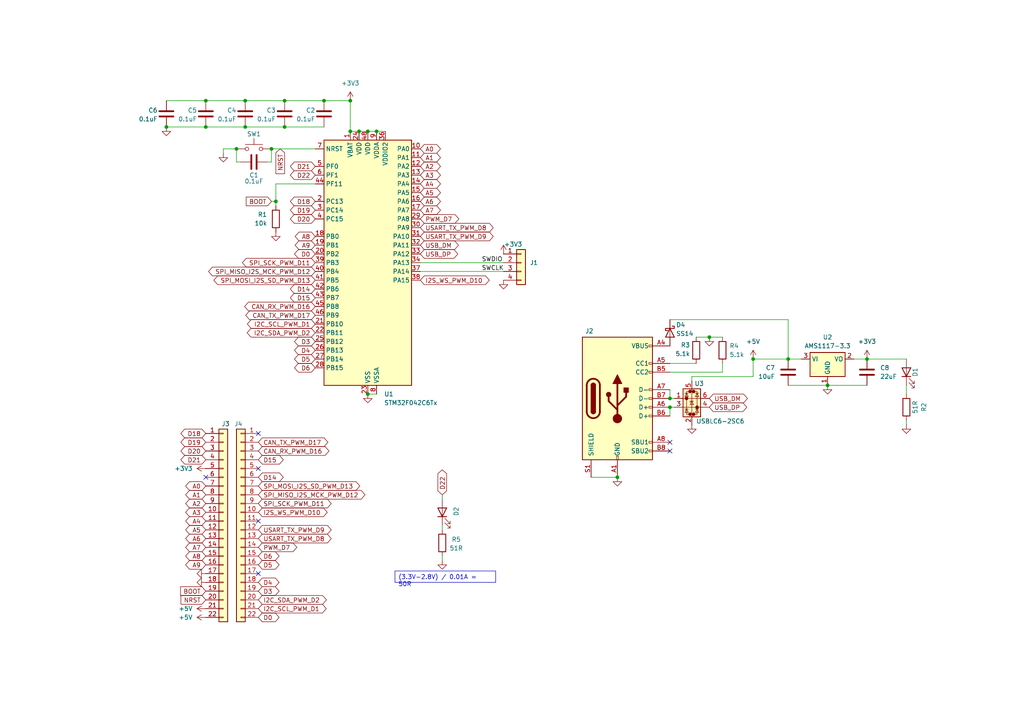
<source format=kicad_sch>
(kicad_sch (version 20231120) (generator "eeschema") (generator_version "8.0")
  (paper "A4")
  (title_block (title "Hackpill") (date "2024-08-14") (rev "1.0.0"))
  (lib_symbols
    (symbol "Connector:USB_C_Receptacle_USB2.0_16P" (pin_names (offset 1.016))
      (property "Reference" "J" (at 0 22.225 0))
      (property "Value" "USB_C_Receptacle_USB2.0_16P" (at 0 19.685 0))
      (symbol "USB_C_Receptacle_USB2.0_16P_0_0"
        (rectangle (start -0.254 -17.78) (end 0.254 -16.764))
        (rectangle (start 10.16 -14.986) (end 9.144 -15.494))
        (rectangle (start 10.16 -12.446) (end 9.144 -12.954))
        (rectangle (start 10.16 -4.826) (end 9.144 -5.334))
        (rectangle (start 10.16 -2.286) (end 9.144 -2.794))
        (rectangle (start 10.16 0.254) (end 9.144 -0.254))
        (rectangle (start 10.16 2.794) (end 9.144 2.286))
        (rectangle (start 10.16 7.874) (end 9.144 7.366))
        (rectangle (start 10.16 10.414) (end 9.144 9.906))
        (rectangle (start 10.16 15.494) (end 9.144 14.986))
      )
      (symbol "USB_C_Receptacle_USB2.0_16P_0_1"
        (rectangle (start -10.16 17.78) (end 10.16 -17.78) (stroke (width 0.254)) (fill (type background)))
        (arc (start -8.89 -3.81) (mid -6.985 -5.7067) (end -5.08 -3.81) (stroke (width 0.508)))
        (arc (start -7.62 -3.81) (mid -6.985 -4.4423) (end -6.35 -3.81) (stroke (width 0.254)))
        (arc (start -7.62 -3.81) (mid -6.985 -4.4423) (end -6.35 -3.81) (stroke (width 0.254)) (fill (type outline)))
        (rectangle (start -7.62 -3.81) (end -6.35 3.81) (stroke (width 0.254)) (fill (type outline)))
        (arc (start -6.35 3.81) (mid -6.985 4.4423) (end -7.62 3.81) (stroke (width 0.254)))
        (arc (start -6.35 3.81) (mid -6.985 4.4423) (end -7.62 3.81) (stroke (width 0.254)) (fill (type outline)))
        (arc (start -5.08 3.81) (mid -6.985 5.7067) (end -8.89 3.81) (stroke (width 0.508)))
        (circle (center -2.54 1.143) (radius 0.635) (stroke (width 0.254)) (fill (type outline)))
        (circle (center 0 -5.842) (radius 1.27) (fill (type outline)))
        (polyline (pts (xy -8.89 -3.81) (xy -8.89 3.81)) (stroke (width 0.508)))
        (polyline (pts (xy -5.08 3.81) (xy -5.08 -3.81)) (stroke (width 0.508)))
        (polyline (pts (xy 0 -5.842) (xy 0 4.318)) (stroke (width 0.508)))
        (polyline (pts (xy 0 -3.302) (xy -2.54 -0.762) (xy -2.54 0.508)) (stroke (width 0.508)))
        (polyline (pts (xy 0 -2.032) (xy 2.54 0.508) (xy 2.54 1.778)) (stroke (width 0.508)))
        (polyline (pts (xy -1.27 4.318) (xy 0 6.858) (xy 1.27 4.318) (xy -1.27 4.318)) (stroke (width 0.254)) (fill (type outline)))
        (rectangle (start 1.905 1.778) (end 3.175 3.048) (stroke (width 0.254)) (fill (type outline)))
      )
      (symbol "USB_C_Receptacle_USB2.0_16P_1_1"
        (pin passive line (at 0 -22.86 90) (length 5.08) (name "GND") (number "A1"))
        (pin passive line (at 0 -22.86 90) (length 5.08) hide (name "GND") (number "A12"))
        (pin passive line (at 15.24 15.24 180) (length 5.08) (name "VBUS") (number "A4"))
        (pin bidirectional line (at 15.24 10.16 180) (length 5.08) (name "CC1") (number "A5"))
        (pin bidirectional line (at 15.24 -2.54 180) (length 5.08) (name "D+") (number "A6"))
        (pin bidirectional line (at 15.24 2.54 180) (length 5.08) (name "D-") (number "A7"))
        (pin bidirectional line (at 15.24 -12.7 180) (length 5.08) (name "SBU1") (number "A8"))
        (pin passive line (at 15.24 15.24 180) (length 5.08) hide (name "VBUS") (number "A9"))
        (pin passive line (at 0 -22.86 90) (length 5.08) hide (name "GND") (number "B1"))
        (pin passive line (at 0 -22.86 90) (length 5.08) hide (name "GND") (number "B12"))
        (pin passive line (at 15.24 15.24 180) (length 5.08) hide (name "VBUS") (number "B4"))
        (pin bidirectional line (at 15.24 7.62 180) (length 5.08) (name "CC2") (number "B5"))
        (pin bidirectional line (at 15.24 -5.08 180) (length 5.08) (name "D+") (number "B6"))
        (pin bidirectional line (at 15.24 0 180) (length 5.08) (name "D-") (number "B7"))
        (pin bidirectional line (at 15.24 -15.24 180) (length 5.08) (name "SBU2") (number "B8"))
        (pin passive line (at 15.24 15.24 180) (length 5.08) hide (name "VBUS") (number "B9"))
        (pin passive line (at -7.62 -22.86 90) (length 5.08) (name "SHIELD") (number "S1"))
      )
    )
    (symbol "Connector_Generic:Conn_01x04" (pin_names (offset 1.016) hide)
      (property "Reference" "J" (at 0 5.08 0))
      (property "Value" "Conn_01x04" (at 0 -7.62 0))
      (symbol "Conn_01x04_1_1"
        (rectangle (start -1.27 -4.953) (end 0 -5.207) (stroke (width 0.1524)))
        (rectangle (start -1.27 -2.413) (end 0 -2.667) (stroke (width 0.1524)))
        (rectangle (start -1.27 0.127) (end 0 -0.127) (stroke (width 0.1524)))
        (rectangle (start -1.27 2.667) (end 0 2.413) (stroke (width 0.1524)))
        (rectangle (start -1.27 3.81) (end 1.27 -6.35) (stroke (width 0.254)) (fill (type background)))
        (pin passive line (at -5.08 2.54 0) (length 3.81) (name "Pin_1") (number "1"))
        (pin passive line (at -5.08 0 0) (length 3.81) (name "Pin_2") (number "2"))
        (pin passive line (at -5.08 -2.54 0) (length 3.81) (name "Pin_3") (number "3"))
        (pin passive line (at -5.08 -5.08 0) (length 3.81) (name "Pin_4") (number "4"))
      )
    )
    (symbol "Connector_Generic:Conn_01x22" (pin_names (offset 1.016) hide)
      (property "Reference" "J" (at 0 27.94 0))
      (property "Value" "Conn_01x22" (at 0 -30.48 0))
      (symbol "Conn_01x22_1_1"
        (rectangle (start -1.27 -27.813) (end 0 -28.067) (stroke (width 0.1524)))
        (rectangle (start -1.27 -25.273) (end 0 -25.527) (stroke (width 0.1524)))
        (rectangle (start -1.27 -22.733) (end 0 -22.987) (stroke (width 0.1524)))
        (rectangle (start -1.27 -20.193) (end 0 -20.447) (stroke (width 0.1524)))
        (rectangle (start -1.27 -17.653) (end 0 -17.907) (stroke (width 0.1524)))
        (rectangle (start -1.27 -15.113) (end 0 -15.367) (stroke (width 0.1524)))
        (rectangle (start -1.27 -12.573) (end 0 -12.827) (stroke (width 0.1524)))
        (rectangle (start -1.27 -10.033) (end 0 -10.287) (stroke (width 0.1524)))
        (rectangle (start -1.27 -7.493) (end 0 -7.747) (stroke (width 0.1524)))
        (rectangle (start -1.27 -4.953) (end 0 -5.207) (stroke (width 0.1524)))
        (rectangle (start -1.27 -2.413) (end 0 -2.667) (stroke (width 0.1524)))
        (rectangle (start -1.27 0.127) (end 0 -0.127) (stroke (width 0.1524)))
        (rectangle (start -1.27 2.667) (end 0 2.413) (stroke (width 0.1524)))
        (rectangle (start -1.27 5.207) (end 0 4.953) (stroke (width 0.1524)))
        (rectangle (start -1.27 7.747) (end 0 7.493) (stroke (width 0.1524)))
        (rectangle (start -1.27 10.287) (end 0 10.033) (stroke (width 0.1524)))
        (rectangle (start -1.27 12.827) (end 0 12.573) (stroke (width 0.1524)))
        (rectangle (start -1.27 15.367) (end 0 15.113) (stroke (width 0.1524)))
        (rectangle (start -1.27 17.907) (end 0 17.653) (stroke (width 0.1524)))
        (rectangle (start -1.27 20.447) (end 0 20.193) (stroke (width 0.1524)))
        (rectangle (start -1.27 22.987) (end 0 22.733) (stroke (width 0.1524)))
        (rectangle (start -1.27 25.527) (end 0 25.273) (stroke (width 0.1524)))
        (rectangle (start -1.27 26.67) (end 1.27 -29.21) (stroke (width 0.254)) (fill (type background)))
        (pin passive line (at -5.08 25.4 0) (length 3.81) (name "Pin_1") (number "1"))
        (pin passive line (at -5.08 2.54 0) (length 3.81) (name "Pin_10") (number "10"))
        (pin passive line (at -5.08 0 0) (length 3.81) (name "Pin_11") (number "11"))
        (pin passive line (at -5.08 -2.54 0) (length 3.81) (name "Pin_12") (number "12"))
        (pin passive line (at -5.08 -5.08 0) (length 3.81) (name "Pin_13") (number "13"))
        (pin passive line (at -5.08 -7.62 0) (length 3.81) (name "Pin_14") (number "14"))
        (pin passive line (at -5.08 -10.16 0) (length 3.81) (name "Pin_15") (number "15"))
        (pin passive line (at -5.08 -12.7 0) (length 3.81) (name "Pin_16") (number "16"))
        (pin passive line (at -5.08 -15.24 0) (length 3.81) (name "Pin_17") (number "17"))
        (pin passive line (at -5.08 -17.78 0) (length 3.81) (name "Pin_18") (number "18"))
        (pin passive line (at -5.08 -20.32 0) (length 3.81) (name "Pin_19") (number "19"))
        (pin passive line (at -5.08 22.86 0) (length 3.81) (name "Pin_2") (number "2"))
        (pin passive line (at -5.08 -22.86 0) (length 3.81) (name "Pin_20") (number "20"))
        (pin passive line (at -5.08 -25.4 0) (length 3.81) (name "Pin_21") (number "21"))
        (pin passive line (at -5.08 -27.94 0) (length 3.81) (name "Pin_22") (number "22"))
        (pin passive line (at -5.08 20.32 0) (length 3.81) (name "Pin_3") (number "3"))
        (pin passive line (at -5.08 17.78 0) (length 3.81) (name "Pin_4") (number "4"))
        (pin passive line (at -5.08 15.24 0) (length 3.81) (name "Pin_5") (number "5"))
        (pin passive line (at -5.08 12.7 0) (length 3.81) (name "Pin_6") (number "6"))
        (pin passive line (at -5.08 10.16 0) (length 3.81) (name "Pin_7") (number "7"))
        (pin passive line (at -5.08 7.62 0) (length 3.81) (name "Pin_8") (number "8"))
        (pin passive line (at -5.08 5.08 0) (length 3.81) (name "Pin_9") (number "9"))
      )
    )
    (symbol "Device:C" (pin_numbers hide) (pin_names (offset 0.254))
      (property "Reference" "C" (at 0.635 2.54 0))
      (property "Value" "C" (at 0.635 -2.54 0))
      (symbol "C_0_1"
        (polyline (pts (xy -2.032 -0.762) (xy 2.032 -0.762)) (stroke (width 0.508)))
        (polyline (pts (xy -2.032 0.762) (xy 2.032 0.762)) (stroke (width 0.508)))
      )
      (symbol "C_1_1"
        (pin passive line (at 0 3.81 270) (length 2.794) (name "~") (number "1"))
        (pin passive line (at 0 -3.81 90) (length 2.794) (name "~") (number "2"))
      )
    )
    (symbol "Device:LED" (pin_numbers hide) (pin_names (offset 1.016) hide)
      (property "Reference" "D" (at 0 2.54 0))
      (property "Value" "LED" (at 0 -2.54 0))
      (symbol "LED_0_1"
        (polyline (pts (xy -1.27 -1.27) (xy -1.27 1.27)) (stroke (width 0.254)))
        (polyline (pts (xy -1.27 0) (xy 1.27 0)))
        (polyline (pts (xy 1.27 -1.27) (xy 1.27 1.27) (xy -1.27 0) (xy 1.27 -1.27)) (stroke (width 0.254)))
        (polyline (pts (xy -3.048 -0.762) (xy -4.572 -2.286) (xy -3.81 -2.286) (xy -4.572 -2.286) (xy -4.572 -1.524)))
        (polyline (pts (xy -1.778 -0.762) (xy -3.302 -2.286) (xy -2.54 -2.286) (xy -3.302 -2.286) (xy -3.302 -1.524)))
      )
      (symbol "LED_1_1"
        (pin passive line (at -3.81 0 0) (length 2.54) (name "K") (number "1"))
        (pin passive line (at 3.81 0 180) (length 2.54) (name "A") (number "2"))
      )
    )
    (symbol "Device:R" (pin_numbers hide) (pin_names (offset 0))
      (property "Reference" "R" (at 2.032 0 90))
      (property "Value" "R" (at 0 0 90))
      (symbol "R_0_1"
        (rectangle (start -1.016 -2.54) (end 1.016 2.54) (stroke (width 0.254)))
      )
      (symbol "R_1_1"
        (pin passive line (at 0 3.81 270) (length 1.27) (name "~") (number "1"))
        (pin passive line (at 0 -3.81 90) (length 1.27) (name "~") (number "2"))
      )
    )
    (symbol "Diode:SS14" (pin_numbers hide) (pin_names (offset 1.016) hide)
      (property "Reference" "D" (at 0 2.54 0))
      (property "Value" "SS14" (at 0 -2.54 0))
      (symbol "SS14_0_1"
        (polyline (pts (xy 1.27 0) (xy -1.27 0)))
        (polyline (pts (xy 1.27 1.27) (xy 1.27 -1.27) (xy -1.27 0) (xy 1.27 1.27)) (stroke (width 0.254)))
        (polyline (pts (xy -1.905 0.635) (xy -1.905 1.27) (xy -1.27 1.27) (xy -1.27 -1.27) (xy -0.635 -1.27) (xy -0.635 -0.635)) (stroke (width 0.254)))
      )
      (symbol "SS14_1_1"
        (pin passive line (at -3.81 0 0) (length 2.54) (name "K") (number "1"))
        (pin passive line (at 3.81 0 180) (length 2.54) (name "A") (number "2"))
      )
    )
    (symbol "MCU_ST_STM32F0:STM32F042C6Tx"
      (property "Reference" "U" (at -12.7 36.83 0))
      (property "Value" "STM32F042C6Tx" (at 7.62 36.83 0))
      (symbol "STM32F042C6Tx_0_1"
        (rectangle (start -12.7 -35.56) (end 12.7 35.56) (stroke (width 0.254)) (fill (type background)))
      )
      (symbol "STM32F042C6Tx_1_1"
        (pin power_in line (at -5.08 38.1 270) (length 2.54) (name "VBAT") (number "1"))
        (pin bidirectional line (at 15.24 33.02 180) (length 2.54) (name "PA0") (number "10"))
        (pin bidirectional line (at 15.24 30.48 180) (length 2.54) (name "PA1") (number "11"))
        (pin bidirectional line (at 15.24 27.94 180) (length 2.54) (name "PA2") (number "12"))
        (pin bidirectional line (at 15.24 25.4 180) (length 2.54) (name "PA3") (number "13"))
        (pin bidirectional line (at 15.24 22.86 180) (length 2.54) (name "PA4") (number "14"))
        (pin bidirectional line (at 15.24 20.32 180) (length 2.54) (name "PA5") (number "15"))
        (pin bidirectional line (at 15.24 17.78 180) (length 2.54) (name "PA6") (number "16"))
        (pin bidirectional line (at 15.24 15.24 180) (length 2.54) (name "PA7") (number "17"))
        (pin bidirectional line (at -15.24 7.62 0) (length 2.54) (name "PB0") (number "18"))
        (pin bidirectional line (at -15.24 5.08 0) (length 2.54) (name "PB1") (number "19"))
        (pin bidirectional line (at -15.24 17.78 0) (length 2.54) (name "PC13") (number "2"))
        (pin bidirectional line (at -15.24 2.54 0) (length 2.54) (name "PB2") (number "20"))
        (pin bidirectional line (at -15.24 -17.78 0) (length 2.54) (name "PB10") (number "21"))
        (pin bidirectional line (at -15.24 -20.32 0) (length 2.54) (name "PB11") (number "22"))
        (pin power_in line (at 0 -38.1 90) (length 2.54) (name "VSS") (number "23"))
        (pin power_in line (at -2.54 38.1 270) (length 2.54) (name "VDD") (number "24"))
        (pin bidirectional line (at -15.24 -22.86 0) (length 2.54) (name "PB12") (number "25"))
        (pin bidirectional line (at -15.24 -25.4 0) (length 2.54) (name "PB13") (number "26"))
        (pin bidirectional line (at -15.24 -27.94 0) (length 2.54) (name "PB14") (number "27"))
        (pin bidirectional line (at -15.24 -30.48 0) (length 2.54) (name "PB15") (number "28"))
        (pin bidirectional line (at 15.24 12.7 180) (length 2.54) (name "PA8") (number "29"))
        (pin bidirectional line (at -15.24 15.24 0) (length 2.54) (name "PC14") (number "3"))
        (pin bidirectional line (at 15.24 10.16 180) (length 2.54) (name "PA9") (number "30"))
        (pin bidirectional line (at 15.24 7.62 180) (length 2.54) (name "PA10") (number "31"))
        (pin bidirectional line (at 15.24 5.08 180) (length 2.54) (name "PA11") (number "32"))
        (pin bidirectional line (at 15.24 2.54 180) (length 2.54) (name "PA12") (number "33"))
        (pin bidirectional line (at 15.24 0 180) (length 2.54) (name "PA13") (number "34"))
        (pin passive line (at 0 -38.1 90) (length 2.54) hide (name "VSS") (number "35"))
        (pin power_in line (at 5.08 38.1 270) (length 2.54) (name "VDDIO2") (number "36"))
        (pin bidirectional line (at 15.24 -2.54 180) (length 2.54) (name "PA14") (number "37"))
        (pin bidirectional line (at 15.24 -5.08 180) (length 2.54) (name "PA15") (number "38"))
        (pin bidirectional line (at -15.24 0 0) (length 2.54) (name "PB3") (number "39"))
        (pin bidirectional line (at -15.24 12.7 0) (length 2.54) (name "PC15") (number "4"))
        (pin bidirectional line (at -15.24 -2.54 0) (length 2.54) (name "PB4") (number "40"))
        (pin bidirectional line (at -15.24 -5.08 0) (length 2.54) (name "PB5") (number "41"))
        (pin bidirectional line (at -15.24 -7.62 0) (length 2.54) (name "PB6") (number "42"))
        (pin bidirectional line (at -15.24 -10.16 0) (length 2.54) (name "PB7") (number "43"))
        (pin bidirectional line (at -15.24 22.86 0) (length 2.54) (name "PF11") (number "44"))
        (pin bidirectional line (at -15.24 -12.7 0) (length 2.54) (name "PB8") (number "45"))
        (pin bidirectional line (at -15.24 -15.24 0) (length 2.54) (name "PB9") (number "46"))
        (pin passive line (at 0 -38.1 90) (length 2.54) hide (name "VSS") (number "47"))
        (pin power_in line (at 0 38.1 270) (length 2.54) (name "VDD") (number "48"))
        (pin bidirectional line (at -15.24 27.94 0) (length 2.54) (name "PF0") (number "5"))
        (pin bidirectional line (at -15.24 25.4 0) (length 2.54) (name "PF1") (number "6"))
        (pin input line (at -15.24 33.02 0) (length 2.54) (name "NRST") (number "7"))
        (pin power_in line (at 2.54 -38.1 90) (length 2.54) (name "VSSA") (number "8"))
        (pin power_in line (at 2.54 38.1 270) (length 2.54) (name "VDDA") (number "9"))
      )
    )
    (symbol "Power_Protection:USBLC6-2SC6" (pin_names hide)
      (property "Reference" "U" (at 0.635 5.715 0))
      (property "Value" "USBLC6-2SC6" (at 0.635 3.81 0))
      (symbol "USBLC6-2SC6_0_0"
        (circle (center -1.524 0) (radius 0.0001) (stroke (width 0.508)))
        (circle (center -0.508 -4.572) (radius 0.0001) (stroke (width 0.508)))
        (circle (center -0.508 2.032) (radius 0.0001) (stroke (width 0.508)))
        (circle (center 0.508 -4.572) (radius 0.0001) (stroke (width 0.508)))
        (circle (center 0.508 2.032) (radius 0.0001) (stroke (width 0.508)))
        (circle (center 1.524 -2.54) (radius 0.0001) (stroke (width 0.508)))
      )
      (symbol "USBLC6-2SC6_0_1"
        (polyline (pts (xy -2.54 -2.54) (xy 2.54 -2.54)))
        (polyline (pts (xy -2.54 0) (xy 2.54 0)))
        (polyline (pts (xy -2.032 -3.048) (xy -1.016 -3.048)))
        (polyline (pts (xy -1.016 1.524) (xy -2.032 1.524)))
        (polyline (pts (xy 1.016 -3.048) (xy 2.032 -3.048)))
        (polyline (pts (xy 1.016 1.524) (xy 2.032 1.524)))
        (polyline (pts (xy -0.508 -1.143) (xy -0.508 -0.762) (xy 0.508 -0.762)))
        (polyline (pts (xy -2.032 0.508) (xy -1.016 0.508) (xy -1.524 1.524) (xy -2.032 0.508)))
        (polyline (pts (xy -1.016 -4.064) (xy -2.032 -4.064) (xy -1.524 -3.048) (xy -1.016 -4.064)))
        (polyline (pts (xy 0.508 -1.778) (xy -0.508 -1.778) (xy 0 -0.762) (xy 0.508 -1.778)))
        (polyline (pts (xy 2.032 -4.064) (xy 1.016 -4.064) (xy 1.524 -3.048) (xy 2.032 -4.064)))
        (polyline (pts (xy 2.032 0.508) (xy 1.016 0.508) (xy 1.524 1.524) (xy 2.032 0.508)))
        (polyline (pts (xy 0 2.54) (xy -0.508 2.032) (xy 0.508 2.032) (xy 0 1.524) (xy 0 -4.064) (xy -0.508 -4.572) (xy 0.508 -4.572) (xy 0 -5.08)))
      )
      (symbol "USBLC6-2SC6_1_1"
        (rectangle (start -2.54 2.794) (end 2.54 -5.334) (stroke (width 0.254)) (fill (type background)))
        (polyline (pts (xy -0.508 2.032) (xy -1.524 2.032) (xy -1.524 -4.572) (xy -0.508 -4.572)))
        (polyline (pts (xy 0.508 -4.572) (xy 1.524 -4.572) (xy 1.524 2.032) (xy 0.508 2.032)))
        (pin passive line (at -5.08 0 0) (length 2.54) (name "I/O1") (number "1"))
        (pin passive line (at 0 -7.62 90) (length 2.54) (name "GND") (number "2"))
        (pin passive line (at -5.08 -2.54 0) (length 2.54) (name "I/O2") (number "3"))
        (pin passive line (at 5.08 -2.54 180) (length 2.54) (name "I/O2") (number "4"))
        (pin passive line (at 0 5.08 270) (length 2.54) (name "VBUS") (number "5"))
        (pin passive line (at 5.08 0 180) (length 2.54) (name "I/O1") (number "6"))
      )
    )
    (symbol "Regulator_Linear:AMS1117-3.3"
      (property "Reference" "U" (at -3.81 3.175 0))
      (property "Value" "AMS1117-3.3" (at 0 3.175 0))
      (symbol "AMS1117-3.3_0_1"
        (rectangle (start -5.08 -5.08) (end 5.08 1.905) (stroke (width 0.254)) (fill (type background)))
      )
      (symbol "AMS1117-3.3_1_1"
        (pin power_in line (at 0 -7.62 90) (length 2.54) (name "GND") (number "1"))
        (pin power_out line (at 7.62 0 180) (length 2.54) (name "VO") (number "2"))
        (pin power_in line (at -7.62 0 0) (length 2.54) (name "VI") (number "3"))
      )
    )
    (symbol "Switch:SW_Push" (pin_numbers hide) (pin_names (offset 1.016) hide)
      (property "Reference" "SW" (at 1.27 2.54 0))
      (property "Value" "SW_Push" (at 0 -1.524 0))
      (symbol "SW_Push_0_1"
        (circle (center -2.032 0) (radius 0.508))
        (polyline (pts (xy 0 1.27) (xy 0 3.048)))
        (polyline (pts (xy 2.54 1.27) (xy -2.54 1.27)))
        (circle (center 2.032 0) (radius 0.508))
        (pin passive line (at -5.08 0 0) (length 2.54) (name "1") (number "1"))
        (pin passive line (at 5.08 0 180) (length 2.54) (name "2") (number "2"))
      )
    )
    (symbol "power:+3V3" (power) (pin_numbers hide) (pin_names (offset 0) hide)
      (property "Value" "+3V3" (at 0 3.556 0))
      (symbol "+3V3_0_1"
        (polyline (pts (xy -0.762 1.27) (xy 0 2.54)))
        (polyline (pts (xy 0 0) (xy 0 2.54)))
        (polyline (pts (xy 0 2.54) (xy 0.762 1.27)))
      )
      (symbol "+3V3_1_1"
        (pin power_in line (at 0 0 90) (length 0) (name "~") (number "1"))
      )
    )
    (symbol "power:+5V" (power) (pin_numbers hide) (pin_names (offset 0) hide)
      (property "Value" "+5V" (at 0 3.556 0))
      (symbol "+5V_0_1"
        (polyline (pts (xy -0.762 1.27) (xy 0 2.54)))
        (polyline (pts (xy 0 0) (xy 0 2.54)))
        (polyline (pts (xy 0 2.54) (xy 0.762 1.27)))
      )
      (symbol "+5V_1_1"
        (pin power_in line (at 0 0 90) (length 0) (name "~") (number "1"))
      )
    )
    (symbol "power:GND" (power) (pin_numbers hide) (pin_names (offset 0) hide)
      (property "Value" "GND" (at 0 -3.81 0))
      (symbol "GND_0_1"
        (polyline (pts (xy 0 0) (xy 0 -1.27) (xy 1.27 -1.27) (xy 0 -2.54) (xy -1.27 -1.27) (xy 0 -1.27)))
      )
      (symbol "GND_1_1"
        (pin power_in line (at 0 0 270) (length 0) (name "~") (number "1"))
      )
    )
  )
  (junction (at 179.07 138.43))
  (junction (at 109.22 38.1))
  (junction (at 205.74 97.79))
  (junction (at 80.01 58.42))
  (junction (at 251.46 104.14))
  (junction (at 104.14 38.1))
  (junction (at 48.26 36.83))
  (junction (at 59.69 29.21))
  (junction (at 101.6 38.1))
  (junction (at 93.98 29.21))
  (junction (at 106.68 114.3))
  (junction (at 218.44 104.14))
  (junction (at 194.31 118.11))
  (junction (at 78.74 43.18))
  (junction (at 240.03 111.76))
  (junction (at 71.12 36.83))
  (junction (at 228.6 104.14))
  (junction (at 59.69 36.83))
  (junction (at 82.55 29.21))
  (junction (at 101.6 29.21))
  (junction (at 82.55 36.83))
  (junction (at 68.58 43.18))
  (junction (at 71.12 29.21))
  (junction (at 194.31 115.57))
  (junction (at 106.68 38.1))
  (no_connect (at 74.93 166.37))
  (no_connect (at 74.93 125.73))
  (no_connect (at 59.69 138.43))
  (no_connect (at 194.31 130.81))
  (no_connect (at 74.93 151.13))
  (no_connect (at 74.93 135.89))
  (no_connect (at 194.31 128.27))
  (wire (pts (xy 68.58 43.18) (xy 68.58 46.99)))
  (wire (pts (xy 80.01 53.34) (xy 80.01 58.42)))
  (wire (pts (xy 80.01 58.42) (xy 80.01 59.69)))
  (wire (pts (xy 209.55 107.95) (xy 194.31 107.95)))
  (wire (pts (xy 128.27 152.4) (xy 128.27 153.67)))
  (wire (pts (xy 59.69 36.83) (xy 48.26 36.83)))
  (wire (pts (xy 194.31 115.57) (xy 194.31 113.03)))
  (wire (pts (xy 205.74 97.79) (xy 209.55 97.79)))
  (wire (pts (xy 171.45 138.43) (xy 179.07 138.43)))
  (wire (pts (xy 101.6 29.21) (xy 93.98 29.21)))
  (wire (pts (xy 218.44 109.22) (xy 218.44 104.14)))
  (wire (pts (xy 121.92 76.2) (xy 146.05 76.2)))
  (wire (pts (xy 64.77 43.18) (xy 64.77 44.45)))
  (wire (pts (xy 194.31 92.71) (xy 228.6 92.71)))
  (wire (pts (xy 82.55 36.83) (xy 71.12 36.83)))
  (wire (pts (xy 228.6 104.14) (xy 232.41 104.14)))
  (wire (pts (xy 128.27 143.51) (xy 128.27 144.78)))
  (wire (pts (xy 218.44 104.14) (xy 228.6 104.14)))
  (wire (pts (xy 71.12 36.83) (xy 59.69 36.83)))
  (wire (pts (xy 262.89 121.92) (xy 262.89 123.19)))
  (wire (pts (xy 109.22 38.1) (xy 111.76 38.1)))
  (wire (pts (xy 71.12 29.21) (xy 59.69 29.21)))
  (wire (pts (xy 200.66 109.22) (xy 200.66 110.49)))
  (wire (pts (xy 121.92 78.74) (xy 146.05 78.74)))
  (wire (pts (xy 78.74 43.18) (xy 78.74 46.99)))
  (wire (pts (xy 240.03 111.76) (xy 228.6 111.76)))
  (wire (pts (xy 68.58 43.18) (xy 64.77 43.18)))
  (wire (pts (xy 251.46 104.14) (xy 262.89 104.14)))
  (wire (pts (xy 80.01 53.34) (xy 91.44 53.34)))
  (wire (pts (xy 195.58 115.57) (xy 194.31 115.57)))
  (wire (pts (xy 128.27 161.29) (xy 128.27 162.56)))
  (wire (pts (xy 251.46 111.76) (xy 240.03 111.76)))
  (wire (pts (xy 93.98 29.21) (xy 82.55 29.21)))
  (wire (pts (xy 194.31 105.41) (xy 201.93 105.41)))
  (wire (pts (xy 77.47 46.99) (xy 78.74 46.99)))
  (wire (pts (xy 82.55 29.21) (xy 71.12 29.21)))
  (wire (pts (xy 228.6 92.71) (xy 228.6 104.14)))
  (wire (pts (xy 106.68 38.1) (xy 109.22 38.1)))
  (wire (pts (xy 247.65 104.14) (xy 251.46 104.14)))
  (wire (pts (xy 106.68 114.3) (xy 109.22 114.3)))
  (wire (pts (xy 59.69 29.21) (xy 48.26 29.21)))
  (wire (pts (xy 101.6 38.1) (xy 101.6 29.21)))
  (wire (pts (xy 209.55 105.41) (xy 209.55 107.95)))
  (wire (pts (xy 78.74 43.18) (xy 91.44 43.18)))
  (wire (pts (xy 201.93 97.79) (xy 205.74 97.79)))
  (wire (pts (xy 262.89 111.76) (xy 262.89 114.3)))
  (wire (pts (xy 69.85 46.99) (xy 68.58 46.99)))
  (wire (pts (xy 82.55 36.83) (xy 93.98 36.83)))
  (wire (pts (xy 104.14 38.1) (xy 106.68 38.1)))
  (wire (pts (xy 194.31 120.65) (xy 194.31 118.11)))
  (wire (pts (xy 194.31 118.11) (xy 195.58 118.11)))
  (wire (pts (xy 101.6 38.1) (xy 104.14 38.1)))
  (wire (pts (xy 78.74 58.42) (xy 80.01 58.42)))
  (wire (pts (xy 200.66 109.22) (xy 218.44 109.22)))
  (text_box "(3.3V-2.8V) / 0.01A = 50R" (at 114.554 165.608 0) (size 29.21 3.302) (effects (font (size 1.27 1.27)) (justify left top)))
  (label "SWDIO" (at 139.7 76.2 0))
  (label "SWCLK" (at 139.7 78.74 0))
  (global_label "SPI_MISO_I2S_MCK_PWM_D12" (shape bidirectional) (at 91.44 78.74 180) (property "Intersheetrefs" "${INTERSHEET_REFS}" (effects (hide yes))))
  (global_label "A4" (shape bidirectional) (at 59.69 151.13 180) (property "Intersheetrefs" "${INTERSHEET_REFS}" (effects (hide yes))))
  (global_label "BOOT" (shape input) (at 78.74 58.42 180) (property "Intersheetrefs" "${INTERSHEET_REFS}" (effects (hide yes))))
  (global_label "I2C_SCL_PWM_D1" (shape bidirectional) (at 91.44 93.98 180) (property "Intersheetrefs" "${INTERSHEET_REFS}" (effects (hide yes))))
  (global_label "USB_DP" (shape bidirectional) (at 121.92 73.66 0) (property "Intersheetrefs" "${INTERSHEET_REFS}" (effects (hide yes))))
  (global_label "D20" (shape bidirectional) (at 59.69 130.81 180) (property "Intersheetrefs" "${INTERSHEET_REFS}" (effects (hide yes))))
  (global_label "USART_TX_PWM_D9" (shape bidirectional) (at 74.93 153.67 0) (property "Intersheetrefs" "${INTERSHEET_REFS}" (effects (hide yes))))
  (global_label "A1" (shape bidirectional) (at 121.92 45.72 0) (property "Intersheetrefs" "${INTERSHEET_REFS}" (effects (hide yes))))
  (global_label "D3" (shape bidirectional) (at 91.44 99.06 180) (property "Intersheetrefs" "${INTERSHEET_REFS}" (effects (hide yes))))
  (global_label "SPI_MISO_I2S_MCK_PWM_D12" (shape bidirectional) (at 74.93 143.51 0) (property "Intersheetrefs" "${INTERSHEET_REFS}" (effects (hide yes))))
  (global_label "PWM_D7" (shape bidirectional) (at 74.93 158.75 0) (property "Intersheetrefs" "${INTERSHEET_REFS}" (effects (hide yes))))
  (global_label "D5" (shape bidirectional) (at 91.44 104.14 180) (property "Intersheetrefs" "${INTERSHEET_REFS}" (effects (hide yes))))
  (global_label "A8" (shape bidirectional) (at 59.69 161.29 180) (property "Intersheetrefs" "${INTERSHEET_REFS}" (effects (hide yes))))
  (global_label "USB_DP" (shape bidirectional) (at 205.74 118.11 0) (property "Intersheetrefs" "${INTERSHEET_REFS}" (effects (hide yes))))
  (global_label "D15" (shape bidirectional) (at 74.93 133.35 0) (property "Intersheetrefs" "${INTERSHEET_REFS}" (effects (hide yes))))
  (global_label "I2C_SDA_PWM_D2" (shape bidirectional) (at 91.44 96.52 180) (property "Intersheetrefs" "${INTERSHEET_REFS}" (effects (hide yes))))
  (global_label "D14" (shape bidirectional) (at 91.44 83.82 180) (property "Intersheetrefs" "${INTERSHEET_REFS}" (effects (hide yes))))
  (global_label "A6" (shape bidirectional) (at 59.69 156.21 180) (property "Intersheetrefs" "${INTERSHEET_REFS}" (effects (hide yes))))
  (global_label "A3" (shape bidirectional) (at 121.92 50.8 0) (property "Intersheetrefs" "${INTERSHEET_REFS}" (effects (hide yes))))
  (global_label "A5" (shape bidirectional) (at 59.69 153.67 180) (property "Intersheetrefs" "${INTERSHEET_REFS}" (effects (hide yes))))
  (global_label "D4" (shape bidirectional) (at 74.93 168.91 0) (property "Intersheetrefs" "${INTERSHEET_REFS}" (effects (hide yes))))
  (global_label "D6" (shape bidirectional) (at 91.44 106.68 180) (property "Intersheetrefs" "${INTERSHEET_REFS}" (effects (hide yes))))
  (global_label "D3" (shape bidirectional) (at 74.93 171.45 0) (property "Intersheetrefs" "${INTERSHEET_REFS}" (effects (hide yes))))
  (global_label "I2C_SCL_PWM_D1" (shape bidirectional) (at 74.93 176.53 0) (property "Intersheetrefs" "${INTERSHEET_REFS}" (effects (hide yes))))
  (global_label "D19" (shape bidirectional) (at 91.44 60.96 180) (property "Intersheetrefs" "${INTERSHEET_REFS}" (effects (hide yes))))
  (global_label "NRST" (shape input) (at 59.69 173.99 180) (property "Intersheetrefs" "${INTERSHEET_REFS}" (effects (hide yes))))
  (global_label "D5" (shape bidirectional) (at 74.93 163.83 0) (property "Intersheetrefs" "${INTERSHEET_REFS}" (effects (hide yes))))
  (global_label "A3" (shape bidirectional) (at 59.69 148.59 180) (property "Intersheetrefs" "${INTERSHEET_REFS}" (effects (hide yes))))
  (global_label "A1" (shape bidirectional) (at 59.69 143.51 180) (property "Intersheetrefs" "${INTERSHEET_REFS}" (effects (hide yes))))
  (global_label "D22" (shape bidirectional) (at 91.44 50.8 180) (property "Intersheetrefs" "${INTERSHEET_REFS}" (effects (hide yes))))
  (global_label "PWM_D7" (shape bidirectional) (at 121.92 63.5 0) (property "Intersheetrefs" "${INTERSHEET_REFS}" (effects (hide yes))))
  (global_label "A7" (shape bidirectional) (at 121.92 60.96 0) (property "Intersheetrefs" "${INTERSHEET_REFS}" (effects (hide yes))))
  (global_label "A9" (shape bidirectional) (at 59.69 163.83 180) (property "Intersheetrefs" "${INTERSHEET_REFS}" (effects (hide yes))))
  (global_label "CAN_TX_PWM_D17" (shape bidirectional) (at 74.93 128.27 0) (property "Intersheetrefs" "${INTERSHEET_REFS}" (effects (hide yes))))
  (global_label "D4" (shape bidirectional) (at 91.44 101.6 180) (property "Intersheetrefs" "${INTERSHEET_REFS}" (effects (hide yes))))
  (global_label "D18" (shape bidirectional) (at 59.69 125.73 180) (property "Intersheetrefs" "${INTERSHEET_REFS}" (effects (hide yes))))
  (global_label "I2S_WS_PWM_D10" (shape bidirectional) (at 74.93 148.59 0) (property "Intersheetrefs" "${INTERSHEET_REFS}" (effects (hide yes))))
  (global_label "D21" (shape bidirectional) (at 59.69 133.35 180) (property "Intersheetrefs" "${INTERSHEET_REFS}" (effects (hide yes))))
  (global_label "D0" (shape bidirectional) (at 74.93 179.07 0) (property "Intersheetrefs" "${INTERSHEET_REFS}" (effects (hide yes))))
  (global_label "SPI_SCK_PWM_D11" (shape bidirectional) (at 74.93 146.05 0) (property "Intersheetrefs" "${INTERSHEET_REFS}" (effects (hide yes))))
  (global_label "USB_DM" (shape bidirectional) (at 205.74 115.57 0) (property "Intersheetrefs" "${INTERSHEET_REFS}" (effects (hide yes))))
  (global_label "NRST" (shape input) (at 81.28 43.18 270) (property "Intersheetrefs" "${INTERSHEET_REFS}" (effects (hide yes))))
  (global_label "SPI_MOSI_I2S_SD_PWM_D13" (shape bidirectional) (at 91.44 81.28 180) (property "Intersheetrefs" "${INTERSHEET_REFS}" (effects (hide yes))))
  (global_label "USART_TX_PWM_D9" (shape bidirectional) (at 121.92 68.58 0) (property "Intersheetrefs" "${INTERSHEET_REFS}" (effects (hide yes))))
  (global_label "D6" (shape bidirectional) (at 74.93 161.29 0) (property "Intersheetrefs" "${INTERSHEET_REFS}" (effects (hide yes))))
  (global_label "D19" (shape bidirectional) (at 59.69 128.27 180) (property "Intersheetrefs" "${INTERSHEET_REFS}" (effects (hide yes))))
  (global_label "A7" (shape bidirectional) (at 59.69 158.75 180) (property "Intersheetrefs" "${INTERSHEET_REFS}" (effects (hide yes))))
  (global_label "SPI_MOSI_I2S_SD_PWM_D13" (shape bidirectional) (at 74.93 140.97 0) (property "Intersheetrefs" "${INTERSHEET_REFS}" (effects (hide yes))))
  (global_label "CAN_RX_PWM_D16" (shape bidirectional) (at 91.44 88.9 180) (property "Intersheetrefs" "${INTERSHEET_REFS}" (effects (hide yes))))
  (global_label "A0" (shape bidirectional) (at 59.69 140.97 180) (property "Intersheetrefs" "${INTERSHEET_REFS}" (effects (hide yes))))
  (global_label "D21" (shape bidirectional) (at 91.44 48.26 180) (property "Intersheetrefs" "${INTERSHEET_REFS}" (effects (hide yes))))
  (global_label "D20" (shape bidirectional) (at 91.44 63.5 180) (property "Intersheetrefs" "${INTERSHEET_REFS}" (effects (hide yes))))
  (global_label "USART_TX_PWM_D8" (shape bidirectional) (at 121.92 66.04 0) (property "Intersheetrefs" "${INTERSHEET_REFS}" (effects (hide yes))))
  (global_label "D14" (shape bidirectional) (at 74.93 138.43 0) (property "Intersheetrefs" "${INTERSHEET_REFS}" (effects (hide yes))))
  (global_label "D22" (shape bidirectional) (at 128.27 143.51 90) (property "Intersheetrefs" "${INTERSHEET_REFS}" (effects (hide yes))))
  (global_label "A4" (shape bidirectional) (at 121.92 53.34 0) (property "Intersheetrefs" "${INTERSHEET_REFS}" (effects (hide yes))))
  (global_label "A0" (shape bidirectional) (at 121.92 43.18 0) (property "Intersheetrefs" "${INTERSHEET_REFS}" (effects (hide yes))))
  (global_label "USB_DM" (shape bidirectional) (at 121.92 71.12 0) (property "Intersheetrefs" "${INTERSHEET_REFS}" (effects (hide yes))))
  (global_label "D0" (shape bidirectional) (at 91.44 73.66 180) (property "Intersheetrefs" "${INTERSHEET_REFS}" (effects (hide yes))))
  (global_label "A8" (shape bidirectional) (at 91.44 68.58 180) (property "Intersheetrefs" "${INTERSHEET_REFS}" (effects (hide yes))))
  (global_label "I2S_WS_PWM_D10" (shape bidirectional) (at 121.92 81.28 0) (property "Intersheetrefs" "${INTERSHEET_REFS}" (effects (hide yes))))
  (global_label "A6" (shape bidirectional) (at 121.92 58.42 0) (property "Intersheetrefs" "${INTERSHEET_REFS}" (effects (hide yes))))
  (global_label "D15" (shape bidirectional) (at 91.44 86.36 180) (property "Intersheetrefs" "${INTERSHEET_REFS}" (effects (hide yes))))
  (global_label "A5" (shape bidirectional) (at 121.92 55.88 0) (property "Intersheetrefs" "${INTERSHEET_REFS}" (effects (hide yes))))
  (global_label "A9" (shape bidirectional) (at 91.44 71.12 180) (property "Intersheetrefs" "${INTERSHEET_REFS}" (effects (hide yes))))
  (global_label "BOOT" (shape input) (at 59.69 171.45 180) (property "Intersheetrefs" "${INTERSHEET_REFS}" (effects (hide yes))))
  (global_label "A2" (shape bidirectional) (at 121.92 48.26 0) (property "Intersheetrefs" "${INTERSHEET_REFS}" (effects (hide yes))))
  (global_label "D18" (shape bidirectional) (at 91.44 58.42 180) (property "Intersheetrefs" "${INTERSHEET_REFS}" (effects (hide yes))))
  (global_label "USART_TX_PWM_D8" (shape bidirectional) (at 74.93 156.21 0) (property "Intersheetrefs" "${INTERSHEET_REFS}" (effects (hide yes))))
  (global_label "SPI_SCK_PWM_D11" (shape bidirectional) (at 91.44 76.2 180) (property "Intersheetrefs" "${INTERSHEET_REFS}" (effects (hide yes))))
  (global_label "I2C_SDA_PWM_D2" (shape bidirectional) (at 74.93 173.99 0) (property "Intersheetrefs" "${INTERSHEET_REFS}" (effects (hide yes))))
  (global_label "CAN_RX_PWM_D16" (shape bidirectional) (at 74.93 130.81 0) (property "Intersheetrefs" "${INTERSHEET_REFS}" (effects (hide yes))))
  (global_label "A2" (shape bidirectional) (at 59.69 146.05 180) (property "Intersheetrefs" "${INTERSHEET_REFS}" (effects (hide yes))))
  (global_label "CAN_TX_PWM_D17" (shape bidirectional) (at 91.44 91.44 180) (property "Intersheetrefs" "${INTERSHEET_REFS}" (effects (hide yes))))
  (symbol (lib_id "power:GND") (at 59.69 168.91 270) (mirror x) (unit 1)
    (property "Reference" "#PWR022" (effects (hide yes)))
    (property "Value" "GND" (effects (hide yes)))
    (property "Description" "Power symbol creates a global label with name \"GND\" , ground" (effects (hide yes)))
  )
  (symbol (lib_id "Device:C") (at 82.55 33.02 0) (mirror y) (unit 1)
    (property "Reference" "C3" (at 80.01 32.004 0) (effects (justify left)))
    (property "Value" "0.1uF" (at 80.01 34.544 0) (effects (justify left)))
    (property "Footprint" "Capacitor_SMD:C_0603_1608Metric" (effects (hide yes)))
    (property "Description" "Unpolarized capacitor" (effects (hide yes)))
  )
  (symbol (lib_id "power:GND") (at 179.07 138.43 0) (unit 1)
    (property "Reference" "#PWR013" (effects (hide yes)))
    (property "Value" "GND" (effects (hide yes)))
    (property "Description" "Power symbol creates a global label with name \"GND\" , ground" (effects (hide yes)))
  )
  (symbol (lib_id "MCU_ST_STM32F0:STM32F042C6Tx") (at 106.68 76.2 0) (unit 1)
    (property "Reference" "U1" (at 111.4141 114.3 0) (effects (justify left)))
    (property "Value" "STM32F042C6Tx" (at 111.4141 116.84 0) (effects (justify left)))
    (property "Footprint" "Package_QFP:LQFP-48_7x7mm_P0.5mm" (effects (hide yes)))
    (property "Datasheet" "https://www.st.com/resource/en/datasheet/stm32f042c6.pdf" (effects (hide yes)))
    (property "Description" "STMicroelectronics Arm Cortex-M0 MCU, 32KB flash, 6KB RAM, 48 MHz, 2.0-3.6V, 38 GPIO, LQFP48" (effects (hide yes)))
    (property "LCSC" "C88447" (effects (hide yes)))
  )
  (symbol (lib_id "power:GND") (at 48.26 36.83 0) (mirror y) (unit 1)
    (property "Reference" "#PWR05" (effects (hide yes)))
    (property "Value" "GND" (effects (hide yes)))
    (property "Description" "Power symbol creates a global label with name \"GND\" , ground" (effects (hide yes)))
  )
  (symbol (lib_id "Device:C") (at 228.6 107.95 0) (mirror y) (unit 1)
    (property "Reference" "C7" (at 224.79 106.68 0) (effects (justify left)))
    (property "Value" "10uF" (at 224.79 109.22 0) (effects (justify left)))
    (property "Footprint" "Capacitor_SMD:C_0603_1608Metric" (effects (hide yes)))
    (property "Description" "Unpolarized capacitor" (effects (hide yes)))
  )
  (symbol (lib_id "Regulator_Linear:AMS1117-3.3") (at 240.03 104.14 0) (unit 1)
    (property "Reference" "U2" (at 240.03 97.79 0))
    (property "Value" "AMS1117-3.3" (at 240.03 100.33 0))
    (property "Footprint" "Package_TO_SOT_SMD:SOT-223-3_TabPin2" (effects (hide yes)))
    (property "Datasheet" "http://www.advanced-monolithic.com/pdf/ds1117.pdf" (effects (hide yes)))
    (property "Description" "1A Low Dropout regulator, positive, 3.3V fixed output, SOT-223" (effects (hide yes)))
    (property "LCSC" "C6186" (effects (hide yes)))
  )
  (symbol (lib_id "Device:LED") (at 128.27 148.59 90) (unit 1)
    (property "Reference" "D2" (at 132.334 148.336 0))
    (property "Value" "LED" (effects (hide yes)))
    (property "Footprint" "LED_SMD:LED_0805_2012Metric" (effects (hide yes)))
    (property "Description" "Light emitting diode" (effects (hide yes)))
    (property "LCSC" "C2297" (effects (hide yes)))
  )
  (symbol (lib_id "Device:LED") (at 262.89 107.95 90) (unit 1)
    (property "Reference" "D1" (at 265.43 107.95 0))
    (property "Value" "LED" (effects (hide yes)))
    (property "Footprint" "LED_SMD:LED_0805_2012Metric" (effects (hide yes)))
    (property "Description" "Light emitting diode" (effects (hide yes)))
    (property "LCSC" "C2297" (effects (hide yes)))
  )
  (symbol (lib_id "power:GND") (at 205.74 97.79 0) (unit 1)
    (property "Reference" "#PWR014" (effects (hide yes)))
    (property "Value" "GND" (effects (hide yes)))
    (property "Description" "Power symbol creates a global label with name \"GND\" , ground" (effects (hide yes)))
  )
  (symbol (lib_id "power:GND") (at 64.77 44.45 0) (unit 1)
    (property "Reference" "#PWR03" (effects (hide yes)))
    (property "Value" "GND" (effects (hide yes)))
    (property "Description" "Power symbol creates a global label with name \"GND\" , ground" (effects (hide yes)))
  )
  (symbol (lib_id "power:GND") (at 128.27 162.56 0) (unit 1)
    (property "Reference" "#PWR024" (effects (hide yes)))
    (property "Value" "GND" (effects (hide yes)))
    (property "Description" "Power symbol creates a global label with name \"GND\" , ground" (effects (hide yes)))
  )
  (symbol (lib_id "Device:C") (at 251.46 107.95 0) (mirror y) (unit 1)
    (property "Reference" "C8" (at 255.27 106.6799 0) (effects (justify right)))
    (property "Value" "22uF" (at 255.27 109.2199 0) (effects (justify right)))
    (property "Footprint" "Capacitor_SMD:C_0603_1608Metric" (effects (hide yes)))
    (property "Description" "Unpolarized capacitor" (effects (hide yes)))
  )
  (symbol (lib_id "power:GND") (at 200.66 123.19 0) (unit 1)
    (property "Reference" "#PWR015" (effects (hide yes)))
    (property "Value" "GND" (effects (hide yes)))
    (property "Description" "Power symbol creates a global label with name \"GND\" , ground" (effects (hide yes)))
  )
  (symbol (lib_id "Device:R") (at 209.55 101.6 0) (mirror y) (unit 1)
    (property "Reference" "R4" (at 211.582 100.33 0) (effects (justify right)))
    (property "Value" "5.1k" (at 211.582 102.87 0) (effects (justify right)))
    (property "Footprint" "Resistor_SMD:R_0603_1608Metric" (effects (hide yes)))
    (property "Description" "Resistor" (effects (hide yes)))
  )
  (symbol (lib_id "Device:C") (at 48.26 33.02 0) (mirror y) (unit 1)
    (property "Reference" "C6" (at 45.72 32.004 0) (effects (justify left)))
    (property "Value" "0.1uF" (at 45.72 34.544 0) (effects (justify left)))
    (property "Footprint" "Capacitor_SMD:C_0603_1608Metric" (effects (hide yes)))
    (property "Description" "Unpolarized capacitor" (effects (hide yes)))
  )
  (symbol (lib_id "Device:C") (at 59.69 33.02 0) (mirror y) (unit 1)
    (property "Reference" "C5" (at 57.15 32.004 0) (effects (justify left)))
    (property "Value" "0.1uF" (at 57.15 34.544 0) (effects (justify left)))
    (property "Footprint" "Capacitor_SMD:C_0603_1608Metric" (effects (hide yes)))
    (property "Description" "Unpolarized capacitor" (effects (hide yes)))
  )
  (symbol (lib_id "Connector:USB_C_Receptacle_USB2.0_16P") (at 179.07 115.57 0) (unit 1)
    (property "Reference" "J2" (at 170.942 96.012 0))
    (property "Value" "USB_C_Receptacle_USB2.0_16P" (effects (hide yes)))
    (property "Footprint" "Connector_USB:USB_C_Receptacle_Hanbo_16P_TopMnt_Horizontal" (effects (hide yes)))
    (property "Datasheet" "https://www.usb.org/sites/default/files/documents/usb_type-c.zip" (effects (hide yes)))
    (property "Description" "USB 2.0-only 16P Type-C Receptacle connector" (effects (hide yes)))
    (property "LCSC" "C6332269" (effects (hide yes)))
  )
  (symbol (lib_id "Switch:SW_Push") (at 73.66 43.18 0) (unit 1)
    (property "Reference" "SW1" (at 73.66 38.862 0))
    (property "Value" "SW_Push" (effects (hide yes)))
    (property "Footprint" "Button_Switch_SMD:SW_Push_1P1T_XKB_TS-1187A" (effects (hide yes)))
    (property "Description" "Push button switch, generic, two pins" (effects (hide yes)))
    (property "LCSC" "C318884" (effects (hide yes)))
  )
  (symbol (lib_id "power:+5V") (at 59.69 179.07 90) (unit 1)
    (property "Reference" "#PWR021" (effects (hide yes)))
    (property "Value" "+5V" (at 55.88 179.0699 90) (effects (justify left)))
    (property "Description" "Power symbol creates a global label with name \"+5V\"" (effects (hide yes)))
  )
  (symbol (lib_id "power:GND") (at 59.69 166.37 270) (mirror x) (unit 1)
    (property "Reference" "#PWR020" (effects (hide yes)))
    (property "Value" "GND" (effects (hide yes)))
    (property "Description" "Power symbol creates a global label with name \"GND\" , ground" (effects (hide yes)))
  )
  (symbol (lib_id "power:+3V3") (at 146.05 73.66 0) (mirror y) (unit 1)
    (property "Reference" "#PWR06" (effects (hide yes)))
    (property "Value" "+3V3" (at 148.844 70.866 0))
    (property "Description" "Power symbol creates a global label with name \"+3V3\"" (effects (hide yes)))
  )
  (symbol (lib_id "Connector_Generic:Conn_01x04") (at 151.13 76.2 0) (unit 1)
    (property "Reference" "J1" (at 153.67 76.1999 0) (effects (justify left)))
    (property "Value" "Conn_01x04" (effects (hide yes)))
    (property "Footprint" "Connector_PinHeader_2.54mm:PinHeader_1x04_P2.54mm_Vertical" (effects (hide yes)))
    (property "Description" "Generic connector, single row, 01x04, script generated (kicad-library-utils/schlib/autogen/connector/)" (effects (hide yes)))
  )
  (symbol (lib_id "Power_Protection:USBLC6-2SC6") (at 200.66 115.57 0) (unit 1)
    (property "Reference" "U3" (at 201.422 111.252 0) (effects (justify left)))
    (property "Value" "USBLC6-2SC6" (at 201.93 122.174 0) (effects (justify left)))
    (property "Footprint" "Package_TO_SOT_SMD:SOT-23-6" (effects (hide yes)))
    (property "Datasheet" "https://www.st.com/resource/en/datasheet/usblc6-2.pdf" (effects (hide yes)))
    (property "Description" "Very low capacitance ESD protection diode, 2 data-line, SOT-23-6" (effects (hide yes)))
    (property "LCSC" "C2827654" (effects (hide yes)))
  )
  (symbol (lib_id "power:GND") (at 240.03 111.76 0) (unit 1)
    (property "Reference" "#PWR08" (effects (hide yes)))
    (property "Value" "GND" (effects (hide yes)))
    (property "Description" "Power symbol creates a global label with name \"GND\" , ground" (effects (hide yes)))
  )
  (symbol (lib_id "power:GND") (at 106.68 114.3 0) (unit 1)
    (property "Reference" "#PWR02" (effects (hide yes)))
    (property "Value" "GND" (effects (hide yes)))
    (property "Description" "Power symbol creates a global label with name \"GND\" , ground" (effects (hide yes)))
  )
  (symbol (lib_id "Device:C") (at 93.98 33.02 0) (mirror y) (unit 1)
    (property "Reference" "C2" (at 91.44 32.004 0) (effects (justify left)))
    (property "Value" "0.1uF" (at 91.44 34.544 0) (effects (justify left)))
    (property "Footprint" "Capacitor_SMD:C_0603_1608Metric" (effects (hide yes)))
    (property "Description" "Unpolarized capacitor" (effects (hide yes)))
  )
  (symbol (lib_id "power:+3V3") (at 251.46 104.14 0) (mirror y) (unit 1)
    (property "Reference" "#PWR09" (effects (hide yes)))
    (property "Value" "+3V3" (at 251.46 99.06 0))
    (property "Description" "Power symbol creates a global label with name \"+3V3\"" (effects (hide yes)))
  )
  (symbol (lib_id "power:+5V") (at 59.69 176.53 90) (mirror x) (unit 1)
    (property "Reference" "#PWR018" (effects (hide yes)))
    (property "Value" "+5V" (at 55.88 176.5301 90) (effects (justify left)))
    (property "Description" "Power symbol creates a global label with name \"+5V\"" (effects (hide yes)))
  )
  (symbol (lib_id "power:+5V") (at 218.44 104.14 0) (unit 1)
    (property "Reference" "#PWR011" (effects (hide yes)))
    (property "Value" "+5V" (at 218.44 99.06 0))
    (property "Description" "Power symbol creates a global label with name \"+5V\"" (effects (hide yes)))
  )
  (symbol (lib_id "Device:C") (at 71.12 33.02 0) (mirror y) (unit 1)
    (property "Reference" "C4" (at 68.58 32.004 0) (effects (justify left)))
    (property "Value" "0.1uF" (at 68.58 34.544 0) (effects (justify left)))
    (property "Footprint" "Capacitor_SMD:C_0603_1608Metric" (effects (hide yes)))
    (property "Description" "Unpolarized capacitor" (effects (hide yes)))
  )
  (symbol (lib_id "Device:R") (at 80.01 63.5 0) (mirror x) (unit 1)
    (property "Reference" "R1" (at 77.47 62.2299 0) (effects (justify right)))
    (property "Value" "10k" (at 77.47 64.7699 0) (effects (justify right)))
    (property "Footprint" "Resistor_SMD:R_0603_1608Metric" (effects (hide yes)))
    (property "Description" "Resistor" (effects (hide yes)))
  )
  (symbol (lib_id "Connector_Generic:Conn_01x22") (at 69.85 151.13 0) (mirror y) (unit 1)
    (property "Reference" "J4" (at 70.358 122.936 0) (effects (justify left)))
    (property "Value" "Conn_01x22" (effects (hide yes)))
    (property "Footprint" "Connector_PinSocket_2.54mm:PinSocket_1x22_P2.54mm_Vertical" (effects (hide yes)))
    (property "Description" "Generic connector, single row, 01x22, script generated (kicad-library-utils/schlib/autogen/connector/)" (effects (hide yes)))
  )
  (symbol (lib_id "power:GND") (at 146.05 81.28 0) (unit 1)
    (property "Reference" "#PWR01" (effects (hide yes)))
    (property "Value" "GND" (effects (hide yes)))
    (property "Description" "Power symbol creates a global label with name \"GND\" , ground" (effects (hide yes)))
  )
  (symbol (lib_id "Device:R") (at 128.27 157.48 0) (unit 1)
    (property "Reference" "R5" (at 132.334 156.464 0))
    (property "Value" "51R" (at 132.334 159.004 0))
    (property "Footprint" "Resistor_SMD:R_0603_1608Metric" (effects (hide yes)))
    (property "Description" "Resistor" (effects (hide yes)))
  )
  (symbol (lib_id "power:GND") (at 80.01 67.31 0) (unit 1)
    (property "Reference" "#PWR07" (effects (hide yes)))
    (property "Value" "GND" (effects (hide yes)))
    (property "Description" "Power symbol creates a global label with name \"GND\" , ground" (effects (hide yes)))
  )
  (symbol (lib_id "Diode:SS14") (at 194.31 96.52 270) (unit 1)
    (property "Reference" "D4" (at 196.088 94.234 90) (effects (justify left)))
    (property "Value" "SS14" (at 196.088 96.774 90) (effects (justify left)))
    (property "Footprint" "Diode_SMD:D_SMA" (effects (hide yes)))
    (property "Datasheet" "https://www.vishay.com/docs/88746/ss12.pdf" (effects (hide yes)))
    (property "Description" "40V 1A Schottky Diode, SMA" (effects (hide yes)))
  )
  (symbol (lib_id "Device:R") (at 201.93 101.6 0) (mirror y) (unit 1)
    (property "Reference" "R3" (at 200.152 100.076 0) (effects (justify left)))
    (property "Value" "5.1k" (at 200.152 102.616 0) (effects (justify left)))
    (property "Footprint" "Resistor_SMD:R_0603_1608Metric" (effects (hide yes)))
    (property "Description" "Resistor" (effects (hide yes)))
  )
  (symbol (lib_id "power:+3V3") (at 59.69 135.89 90) (mirror x) (unit 1)
    (property "Reference" "#PWR019" (effects (hide yes)))
    (property "Value" "+3V3" (at 55.88 135.8899 90) (effects (justify left)))
    (property "Description" "Power symbol creates a global label with name \"+3V3\"" (effects (hide yes)))
  )
  (symbol (lib_id "power:+3V3") (at 101.6 29.21 0) (mirror y) (unit 1)
    (property "Reference" "#PWR04" (effects (hide yes)))
    (property "Value" "+3V3" (at 101.6 24.13 0))
    (property "Description" "Power symbol creates a global label with name \"+3V3\"" (effects (hide yes)))
  )
  (symbol (lib_id "Connector_Generic:Conn_01x22") (at 64.77 151.13 0) (unit 1)
    (property "Reference" "J3" (at 64.262 122.936 0) (effects (justify left)))
    (property "Value" "Conn_01x22" (effects (hide yes)))
    (property "Footprint" "Connector_PinSocket_2.54mm:PinSocket_1x22_P2.54mm_Vertical" (effects (hide yes)))
    (property "Description" "Generic connector, single row, 01x22, script generated (kicad-library-utils/schlib/autogen/connector/)" (effects (hide yes)))
  )
  (symbol (lib_id "Device:R") (at 262.89 118.11 0) (unit 1)
    (property "Reference" "R2" (at 267.97 118.11 90))
    (property "Value" "51R" (at 265.43 118.11 90))
    (property "Footprint" "Resistor_SMD:R_0603_1608Metric" (effects (hide yes)))
    (property "Description" "Resistor" (effects (hide yes)))
  )
  (symbol (lib_id "Device:C") (at 73.66 46.99 90) (unit 1)
    (property "Reference" "C1" (at 73.66 50.8 90))
    (property "Value" "0.1uF" (at 73.66 52.578 90))
    (property "Footprint" "Capacitor_SMD:C_0603_1608Metric" (effects (hide yes)))
    (property "Description" "Unpolarized capacitor" (effects (hide yes)))
  )
  (symbol (lib_id "power:GND") (at 262.89 123.19 0) (unit 1)
    (property "Reference" "#PWR010" (effects (hide yes)))
    (property "Value" "GND" (effects (hide yes)))
    (property "Description" "Power symbol creates a global label with name \"GND\" , ground" (effects (hide yes)))
  )
)
</source>
